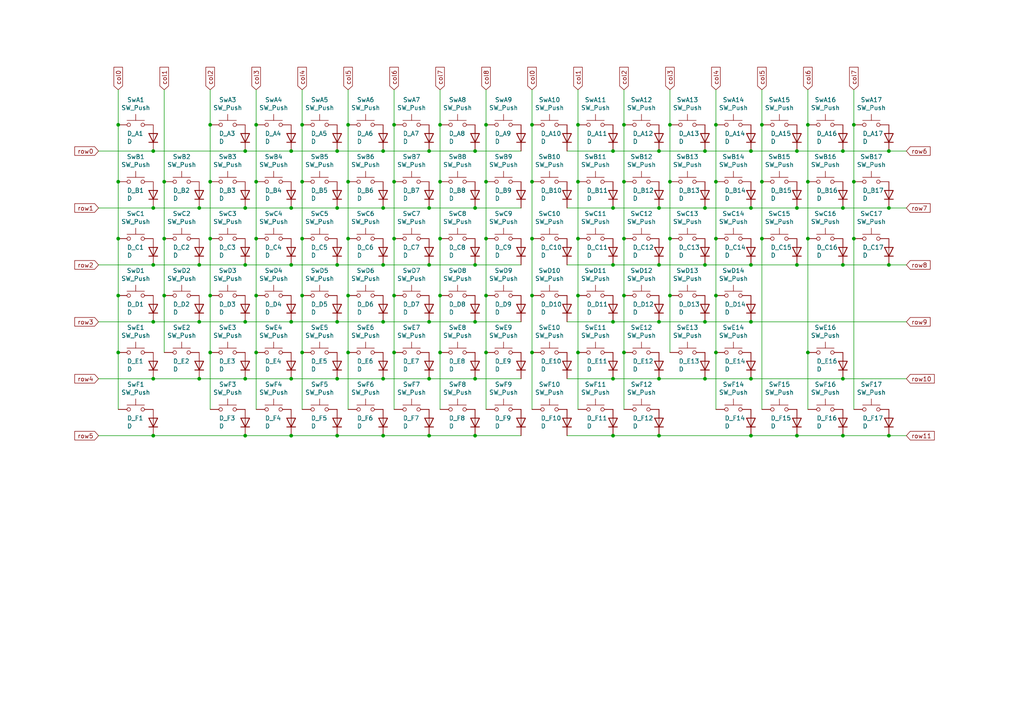
<source format=kicad_sch>
(kicad_sch (version 20211123) (generator eeschema)
  (paper "A4")
  (junction (at 71.12 93.345))
  (junction (at 207.645 52.705))
  (junction (at 180.975 85.725))
  (junction (at 137.795 43.815))
  (junction (at 34.29 69.215))
  (junction (at 60.96 85.725))
  (junction (at 127.635 85.725))
  (junction (at 244.475 76.835))
  (junction (at 74.295 52.705))
  (junction (at 217.805 93.345))
  (junction (at 87.63 102.235))
  (junction (at 244.475 60.325))
  (junction (at 34.29 85.725))
  (junction (at 47.625 69.215))
  (junction (at 111.125 126.365))
  (junction (at 217.805 126.365))
  (junction (at 97.79 43.815))
  (junction (at 44.45 76.835))
  (junction (at 57.785 60.325))
  (junction (at 177.8 60.325))
  (junction (at 244.475 126.365))
  (junction (at 100.965 85.725))
  (junction (at 180.975 52.705))
  (junction (at 127.635 69.215))
  (junction (at 204.47 60.325))
  (junction (at 97.79 93.345))
  (junction (at 124.46 60.325))
  (junction (at 44.45 109.855))
  (junction (at 137.795 76.835))
  (junction (at 84.455 126.365))
  (junction (at 257.81 60.325))
  (junction (at 194.31 52.705))
  (junction (at 167.64 85.725))
  (junction (at 127.635 36.195))
  (junction (at 124.46 93.345))
  (junction (at 207.645 85.725))
  (junction (at 244.475 109.855))
  (junction (at 71.12 126.365))
  (junction (at 87.63 85.725))
  (junction (at 84.455 109.855))
  (junction (at 177.8 109.855))
  (junction (at 137.795 109.855))
  (junction (at 177.8 76.835))
  (junction (at 247.65 69.215))
  (junction (at 111.125 76.835))
  (junction (at 167.64 69.215))
  (junction (at 84.455 60.325))
  (junction (at 140.97 102.235))
  (junction (at 244.475 43.815))
  (junction (at 191.135 126.365))
  (junction (at 44.45 43.815))
  (junction (at 140.97 36.195))
  (junction (at 97.79 109.855))
  (junction (at 44.45 93.345))
  (junction (at 191.135 109.855))
  (junction (at 114.3 52.705))
  (junction (at 194.31 85.725))
  (junction (at 47.625 52.705))
  (junction (at 220.98 36.195))
  (junction (at 100.965 52.705))
  (junction (at 111.125 60.325))
  (junction (at 111.125 109.855))
  (junction (at 84.455 76.835))
  (junction (at 207.645 36.195))
  (junction (at 217.805 60.325))
  (junction (at 204.47 93.345))
  (junction (at 137.795 93.345))
  (junction (at 71.12 109.855))
  (junction (at 114.3 102.235))
  (junction (at 177.8 43.815))
  (junction (at 137.795 60.325))
  (junction (at 217.805 76.835))
  (junction (at 60.96 69.215))
  (junction (at 194.31 69.215))
  (junction (at 114.3 85.725))
  (junction (at 97.79 60.325))
  (junction (at 34.29 52.705))
  (junction (at 87.63 69.215))
  (junction (at 167.64 36.195))
  (junction (at 57.785 93.345))
  (junction (at 34.29 36.195))
  (junction (at 177.8 93.345))
  (junction (at 191.135 60.325))
  (junction (at 74.295 85.725))
  (junction (at 84.455 93.345))
  (junction (at 180.975 102.235))
  (junction (at 47.625 85.725))
  (junction (at 74.295 102.235))
  (junction (at 180.975 36.195))
  (junction (at 204.47 43.815))
  (junction (at 71.12 43.815))
  (junction (at 180.975 69.215))
  (junction (at 87.63 52.705))
  (junction (at 87.63 36.195))
  (junction (at 177.8 126.365))
  (junction (at 84.455 43.815))
  (junction (at 100.965 102.235))
  (junction (at 71.12 76.835))
  (junction (at 234.315 69.215))
  (junction (at 231.14 76.835))
  (junction (at 257.81 76.835))
  (junction (at 191.135 93.345))
  (junction (at 234.315 36.195))
  (junction (at 57.785 76.835))
  (junction (at 154.305 85.725))
  (junction (at 247.65 52.705))
  (junction (at 100.965 36.195))
  (junction (at 234.315 52.705))
  (junction (at 191.135 76.835))
  (junction (at 111.125 93.345))
  (junction (at 207.645 102.235))
  (junction (at 74.295 36.195))
  (junction (at 114.3 36.195))
  (junction (at 100.965 69.215))
  (junction (at 97.79 76.835))
  (junction (at 60.96 36.195))
  (junction (at 247.65 36.195))
  (junction (at 154.305 102.235))
  (junction (at 44.45 60.325))
  (junction (at 140.97 69.215))
  (junction (at 204.47 76.835))
  (junction (at 140.97 85.725))
  (junction (at 204.47 109.855))
  (junction (at 124.46 126.365))
  (junction (at 231.14 43.815))
  (junction (at 127.635 52.705))
  (junction (at 217.805 109.855))
  (junction (at 124.46 109.855))
  (junction (at 194.31 36.195))
  (junction (at 220.98 52.705))
  (junction (at 207.645 69.215))
  (junction (at 231.14 60.325))
  (junction (at 234.315 102.235))
  (junction (at 44.45 126.365))
  (junction (at 231.14 126.365))
  (junction (at 60.96 102.235))
  (junction (at 154.305 69.215))
  (junction (at 154.305 36.195))
  (junction (at 124.46 76.835))
  (junction (at 57.785 109.855))
  (junction (at 257.81 43.815))
  (junction (at 257.81 126.365))
  (junction (at 137.795 126.365))
  (junction (at 217.805 43.815))
  (junction (at 97.79 126.365))
  (junction (at 167.64 52.705))
  (junction (at 167.64 102.235))
  (junction (at 111.125 43.815))
  (junction (at 140.97 52.705))
  (junction (at 71.12 60.325))
  (junction (at 114.3 69.215))
  (junction (at 60.96 52.705))
  (junction (at 154.305 52.705))
  (junction (at 127.635 102.235))
  (junction (at 220.98 69.215))
  (junction (at 124.46 43.815))
  (junction (at 191.135 43.815))
  (junction (at 74.295 69.215))
  (junction (at 34.29 102.235))
  (wire (pts (xy 114.3 36.195) (xy 114.3 52.705)))
  (wire (pts (xy 100.965 102.235) (xy 100.965 118.745)))
  (wire (pts (xy 44.45 76.835) (xy 57.785 76.835)))
  (wire (pts (xy 60.96 85.725) (xy 60.96 102.235)))
  (wire (pts (xy 97.79 60.325) (xy 111.125 60.325)))
  (wire (pts (xy 28.575 43.815) (xy 44.45 43.815)))
  (wire (pts (xy 124.46 126.365) (xy 137.795 126.365)))
  (wire (pts (xy 34.29 52.705) (xy 34.29 69.215)))
  (wire (pts (xy 74.295 69.215) (xy 74.295 85.725)))
  (wire (pts (xy 87.63 85.725) (xy 87.63 102.235)))
  (wire (pts (xy 127.635 85.725) (xy 127.635 102.235)))
  (wire (pts (xy 217.805 76.835) (xy 231.14 76.835)))
  (wire (pts (xy 71.12 126.365) (xy 84.455 126.365)))
  (wire (pts (xy 44.45 93.345) (xy 57.785 93.345)))
  (wire (pts (xy 87.63 26.035) (xy 87.63 36.195)))
  (wire (pts (xy 28.575 93.345) (xy 44.45 93.345)))
  (wire (pts (xy 47.625 69.215) (xy 47.625 85.725)))
  (wire (pts (xy 217.805 60.325) (xy 231.14 60.325)))
  (wire (pts (xy 34.29 85.725) (xy 34.29 102.235)))
  (wire (pts (xy 127.635 102.235) (xy 127.635 118.745)))
  (wire (pts (xy 124.46 43.815) (xy 137.795 43.815)))
  (wire (pts (xy 74.295 102.235) (xy 74.295 118.745)))
  (wire (pts (xy 257.81 126.365) (xy 262.89 126.365)))
  (wire (pts (xy 44.45 126.365) (xy 71.12 126.365)))
  (wire (pts (xy 84.455 60.325) (xy 97.79 60.325)))
  (wire (pts (xy 60.96 102.235) (xy 60.96 118.745)))
  (wire (pts (xy 127.635 26.035) (xy 127.635 36.195)))
  (wire (pts (xy 191.135 93.345) (xy 204.47 93.345)))
  (wire (pts (xy 111.125 76.835) (xy 124.46 76.835)))
  (wire (pts (xy 177.8 76.835) (xy 191.135 76.835)))
  (wire (pts (xy 114.3 85.725) (xy 114.3 102.235)))
  (wire (pts (xy 114.3 102.235) (xy 114.3 118.745)))
  (wire (pts (xy 194.31 36.195) (xy 194.31 52.705)))
  (wire (pts (xy 124.46 93.345) (xy 137.795 93.345)))
  (wire (pts (xy 244.475 43.815) (xy 257.81 43.815)))
  (wire (pts (xy 207.645 69.215) (xy 207.645 85.725)))
  (wire (pts (xy 164.465 93.345) (xy 177.8 93.345)))
  (wire (pts (xy 204.47 60.325) (xy 217.805 60.325)))
  (wire (pts (xy 167.64 52.705) (xy 167.64 69.215)))
  (wire (pts (xy 164.465 126.365) (xy 177.8 126.365)))
  (wire (pts (xy 100.965 36.195) (xy 100.965 52.705)))
  (wire (pts (xy 87.63 36.195) (xy 87.63 52.705)))
  (wire (pts (xy 34.29 36.195) (xy 34.29 52.705)))
  (wire (pts (xy 71.12 93.345) (xy 84.455 93.345)))
  (wire (pts (xy 217.805 109.855) (xy 244.475 109.855)))
  (wire (pts (xy 60.96 69.215) (xy 60.96 85.725)))
  (wire (pts (xy 47.625 85.725) (xy 47.625 102.235)))
  (wire (pts (xy 194.31 52.705) (xy 194.31 69.215)))
  (wire (pts (xy 220.98 36.195) (xy 220.98 52.705)))
  (wire (pts (xy 140.97 52.705) (xy 140.97 69.215)))
  (wire (pts (xy 180.975 26.035) (xy 180.975 36.195)))
  (wire (pts (xy 180.975 69.215) (xy 180.975 85.725)))
  (wire (pts (xy 111.125 93.345) (xy 124.46 93.345)))
  (wire (pts (xy 140.97 26.035) (xy 140.97 36.195)))
  (wire (pts (xy 84.455 43.815) (xy 97.79 43.815)))
  (wire (pts (xy 194.31 26.035) (xy 194.31 36.195)))
  (wire (pts (xy 204.47 109.855) (xy 217.805 109.855)))
  (wire (pts (xy 97.79 126.365) (xy 111.125 126.365)))
  (wire (pts (xy 244.475 76.835) (xy 257.81 76.835)))
  (wire (pts (xy 177.8 60.325) (xy 191.135 60.325)))
  (wire (pts (xy 207.645 85.725) (xy 207.645 102.235)))
  (wire (pts (xy 204.47 93.345) (xy 217.805 93.345)))
  (wire (pts (xy 140.97 102.235) (xy 140.97 118.745)))
  (wire (pts (xy 207.645 102.235) (xy 207.645 118.745)))
  (wire (pts (xy 167.64 85.725) (xy 167.64 102.235)))
  (wire (pts (xy 137.795 93.345) (xy 151.13 93.345)))
  (wire (pts (xy 247.65 69.215) (xy 247.65 118.745)))
  (wire (pts (xy 194.31 69.215) (xy 194.31 85.725)))
  (wire (pts (xy 217.805 126.365) (xy 231.14 126.365)))
  (wire (pts (xy 234.315 52.705) (xy 234.315 69.215)))
  (wire (pts (xy 137.795 60.325) (xy 151.13 60.325)))
  (wire (pts (xy 257.81 76.835) (xy 262.89 76.835)))
  (wire (pts (xy 137.795 76.835) (xy 151.13 76.835)))
  (wire (pts (xy 74.295 52.705) (xy 74.295 69.215)))
  (wire (pts (xy 111.125 60.325) (xy 124.46 60.325)))
  (wire (pts (xy 154.305 52.705) (xy 154.305 69.215)))
  (wire (pts (xy 28.575 76.835) (xy 44.45 76.835)))
  (wire (pts (xy 114.3 69.215) (xy 114.3 85.725)))
  (wire (pts (xy 191.135 43.815) (xy 204.47 43.815)))
  (wire (pts (xy 57.785 109.855) (xy 71.12 109.855)))
  (wire (pts (xy 164.465 109.855) (xy 177.8 109.855)))
  (wire (pts (xy 154.305 36.195) (xy 154.305 52.705)))
  (wire (pts (xy 207.645 52.705) (xy 207.645 69.215)))
  (wire (pts (xy 100.965 26.035) (xy 100.965 36.195)))
  (wire (pts (xy 71.12 43.815) (xy 84.455 43.815)))
  (wire (pts (xy 60.96 36.195) (xy 60.96 52.705)))
  (wire (pts (xy 47.625 52.705) (xy 47.625 69.215)))
  (wire (pts (xy 167.64 36.195) (xy 167.64 52.705)))
  (wire (pts (xy 207.645 36.195) (xy 207.645 52.705)))
  (wire (pts (xy 177.8 126.365) (xy 191.135 126.365)))
  (wire (pts (xy 87.63 52.705) (xy 87.63 69.215)))
  (wire (pts (xy 44.45 43.815) (xy 71.12 43.815)))
  (wire (pts (xy 257.81 43.815) (xy 262.89 43.815)))
  (wire (pts (xy 74.295 26.035) (xy 74.295 36.195)))
  (wire (pts (xy 244.475 126.365) (xy 257.81 126.365)))
  (wire (pts (xy 177.8 109.855) (xy 191.135 109.855)))
  (wire (pts (xy 87.63 69.215) (xy 87.63 85.725)))
  (wire (pts (xy 127.635 69.215) (xy 127.635 85.725)))
  (wire (pts (xy 207.645 26.035) (xy 207.645 36.195)))
  (wire (pts (xy 231.14 126.365) (xy 244.475 126.365)))
  (wire (pts (xy 34.29 26.035) (xy 34.29 36.195)))
  (wire (pts (xy 47.625 26.035) (xy 47.625 52.705)))
  (wire (pts (xy 180.975 52.705) (xy 180.975 69.215)))
  (wire (pts (xy 154.305 102.235) (xy 154.305 118.745)))
  (wire (pts (xy 247.65 36.195) (xy 247.65 52.705)))
  (wire (pts (xy 177.8 93.345) (xy 191.135 93.345)))
  (wire (pts (xy 154.305 69.215) (xy 154.305 85.725)))
  (wire (pts (xy 220.98 52.705) (xy 220.98 69.215)))
  (wire (pts (xy 84.455 126.365) (xy 97.79 126.365)))
  (wire (pts (xy 28.575 126.365) (xy 44.45 126.365)))
  (wire (pts (xy 220.98 26.035) (xy 220.98 36.195)))
  (wire (pts (xy 97.79 109.855) (xy 111.125 109.855)))
  (wire (pts (xy 231.14 43.815) (xy 244.475 43.815)))
  (wire (pts (xy 234.315 26.035) (xy 234.315 36.195)))
  (wire (pts (xy 111.125 126.365) (xy 124.46 126.365)))
  (wire (pts (xy 100.965 69.215) (xy 100.965 85.725)))
  (wire (pts (xy 84.455 76.835) (xy 97.79 76.835)))
  (wire (pts (xy 191.135 109.855) (xy 204.47 109.855)))
  (wire (pts (xy 71.12 109.855) (xy 84.455 109.855)))
  (wire (pts (xy 180.975 102.235) (xy 180.975 118.745)))
  (wire (pts (xy 180.975 85.725) (xy 180.975 102.235)))
  (wire (pts (xy 60.96 52.705) (xy 60.96 69.215)))
  (wire (pts (xy 247.65 26.035) (xy 247.65 36.195)))
  (wire (pts (xy 97.79 93.345) (xy 111.125 93.345)))
  (wire (pts (xy 127.635 36.195) (xy 127.635 52.705)))
  (wire (pts (xy 60.96 26.035) (xy 60.96 36.195)))
  (wire (pts (xy 34.29 102.235) (xy 34.29 118.745)))
  (wire (pts (xy 154.305 26.035) (xy 154.305 36.195)))
  (wire (pts (xy 204.47 76.835) (xy 217.805 76.835)))
  (wire (pts (xy 124.46 109.855) (xy 137.795 109.855)))
  (wire (pts (xy 84.455 109.855) (xy 97.79 109.855)))
  (wire (pts (xy 124.46 60.325) (xy 137.795 60.325)))
  (wire (pts (xy 137.795 126.365) (xy 151.13 126.365)))
  (wire (pts (xy 191.135 60.325) (xy 204.47 60.325)))
  (wire (pts (xy 217.805 93.345) (xy 262.89 93.345)))
  (wire (pts (xy 28.575 60.325) (xy 44.45 60.325)))
  (wire (pts (xy 57.785 60.325) (xy 71.12 60.325)))
  (wire (pts (xy 167.64 69.215) (xy 167.64 85.725)))
  (wire (pts (xy 164.465 60.325) (xy 177.8 60.325)))
  (wire (pts (xy 100.965 85.725) (xy 100.965 102.235)))
  (wire (pts (xy 140.97 85.725) (xy 140.97 102.235)))
  (wire (pts (xy 180.975 36.195) (xy 180.975 52.705)))
  (wire (pts (xy 124.46 76.835) (xy 137.795 76.835)))
  (wire (pts (xy 137.795 43.815) (xy 151.13 43.815)))
  (wire (pts (xy 140.97 69.215) (xy 140.97 85.725)))
  (wire (pts (xy 114.3 26.035) (xy 114.3 36.195)))
  (wire (pts (xy 140.97 36.195) (xy 140.97 52.705)))
  (wire (pts (xy 74.295 36.195) (xy 74.295 52.705)))
  (wire (pts (xy 234.315 102.235) (xy 234.315 118.745)))
  (wire (pts (xy 194.31 85.725) (xy 194.31 102.235)))
  (wire (pts (xy 111.125 109.855) (xy 124.46 109.855)))
  (wire (pts (xy 57.785 93.345) (xy 71.12 93.345)))
  (wire (pts (xy 231.14 60.325) (xy 244.475 60.325)))
  (wire (pts (xy 231.14 76.835) (xy 244.475 76.835)))
  (wire (pts (xy 97.79 43.815) (xy 111.125 43.815)))
  (wire (pts (xy 57.785 76.835) (xy 71.12 76.835)))
  (wire (pts (xy 114.3 52.705) (xy 114.3 69.215)))
  (wire (pts (xy 204.47 43.815) (xy 217.805 43.815)))
  (wire (pts (xy 244.475 60.325) (xy 257.81 60.325)))
  (wire (pts (xy 177.8 43.815) (xy 191.135 43.815)))
  (wire (pts (xy 100.965 52.705) (xy 100.965 69.215)))
  (wire (pts (xy 247.65 52.705) (xy 247.65 69.215)))
  (wire (pts (xy 167.64 26.035) (xy 167.64 36.195)))
  (wire (pts (xy 111.125 43.815) (xy 124.46 43.815)))
  (wire (pts (xy 97.79 76.835) (xy 111.125 76.835)))
  (wire (pts (xy 34.29 69.215) (xy 34.29 85.725)))
  (wire (pts (xy 220.98 69.215) (xy 220.98 118.745)))
  (wire (pts (xy 127.635 52.705) (xy 127.635 69.215)))
  (wire (pts (xy 74.295 85.725) (xy 74.295 102.235)))
  (wire (pts (xy 234.315 69.215) (xy 234.315 102.235)))
  (wire (pts (xy 71.12 60.325) (xy 84.455 60.325)))
  (wire (pts (xy 191.135 76.835) (xy 204.47 76.835)))
  (wire (pts (xy 84.455 93.345) (xy 97.79 93.345)))
  (wire (pts (xy 28.575 109.855) (xy 44.45 109.855)))
  (wire (pts (xy 164.465 76.835) (xy 177.8 76.835)))
  (wire (pts (xy 71.12 76.835) (xy 84.455 76.835)))
  (wire (pts (xy 44.45 109.855) (xy 57.785 109.855)))
  (wire (pts (xy 167.64 102.235) (xy 167.64 118.745)))
  (wire (pts (xy 217.805 43.815) (xy 231.14 43.815)))
  (wire (pts (xy 191.135 126.365) (xy 217.805 126.365)))
  (wire (pts (xy 137.795 109.855) (xy 151.13 109.855)))
  (wire (pts (xy 154.305 85.725) (xy 154.305 102.235)))
  (wire (pts (xy 244.475 109.855) (xy 262.89 109.855)))
  (wire (pts (xy 257.81 60.325) (xy 262.89 60.325)))
  (wire (pts (xy 234.315 36.195) (xy 234.315 52.705)))
  (wire (pts (xy 87.63 102.235) (xy 87.63 118.745)))
  (wire (pts (xy 44.45 60.325) (xy 57.785 60.325)))
  (wire (pts (xy 164.465 43.815) (xy 177.8 43.815)))
  (global_label "row8" (shape input) (at 262.89 76.835 0) (property "Intersheet References" "${INTERSHEET_REFS}" (effects hide)))
  (global_label "row7" (shape input) (at 262.89 60.325 0) (property "Intersheet References" "${INTERSHEET_REFS}" (effects hide)))
  (global_label "col8" (shape input) (at 140.97 26.035 90) (property "Intersheet References" "${INTERSHEET_REFS}" (effects hide)))
  (global_label "col7" (shape input) (at 127.635 26.035 90) (property "Intersheet References" "${INTERSHEET_REFS}" (effects hide)))
  (global_label "row2" (shape input) (at 28.575 76.835 180) (property "Intersheet References" "${INTERSHEET_REFS}" (effects hide)))
  (global_label "col2" (shape input) (at 180.975 26.035 90) (property "Intersheet References" "${INTERSHEET_REFS}" (effects hide)))
  (global_label "row4" (shape input) (at 28.575 109.855 180) (property "Intersheet References" "${INTERSHEET_REFS}" (effects hide)))
  (global_label "col6" (shape input) (at 234.315 26.035 90) (property "Intersheet References" "${INTERSHEET_REFS}" (effects hide)))
  (global_label "col4" (shape input) (at 207.645 26.035 90) (property "Intersheet References" "${INTERSHEET_REFS}" (effects hide)))
  (global_label "col6" (shape input) (at 114.3 26.035 90) (property "Intersheet References" "${INTERSHEET_REFS}" (effects hide)))
  (global_label "row5" (shape input) (at 28.575 126.365 180) (property "Intersheet References" "${INTERSHEET_REFS}" (effects hide)))
  (global_label "col3" (shape input) (at 194.31 26.035 90) (property "Intersheet References" "${INTERSHEET_REFS}" (effects hide)))
  (global_label "row11" (shape input) (at 262.89 126.365 0) (property "Intersheet References" "${INTERSHEET_REFS}" (effects hide)))
  (global_label "col0" (shape input) (at 154.305 26.035 90) (property "Intersheet References" "${INTERSHEET_REFS}" (effects hide)))
  (global_label "col1" (shape input) (at 167.64 26.035 90) (property "Intersheet References" "${INTERSHEET_REFS}" (effects hide)))
  (global_label "col5" (shape input) (at 100.965 26.035 90) (property "Intersheet References" "${INTERSHEET_REFS}" (effects hide)))
  (global_label "row3" (shape input) (at 28.575 93.345 180) (property "Intersheet References" "${INTERSHEET_REFS}" (effects hide)))
  (global_label "col5" (shape input) (at 220.98 26.035 90) (property "Intersheet References" "${INTERSHEET_REFS}" (effects hide)))
  (global_label "row6" (shape input) (at 262.89 43.815 0) (property "Intersheet References" "${INTERSHEET_REFS}" (effects hide)))
  (global_label "col7" (shape input) (at 247.65 26.035 90) (property "Intersheet References" "${INTERSHEET_REFS}" (effects hide)))
  (global_label "col2" (shape input) (at 60.96 26.035 90) (property "Intersheet References" "${INTERSHEET_REFS}" (effects hide)))
  (global_label "row1" (shape input) (at 28.575 60.325 180) (property "Intersheet References" "${INTERSHEET_REFS}" (effects hide)))
  (global_label "row10" (shape input) (at 262.89 109.855 0) (property "Intersheet References" "${INTERSHEET_REFS}" (effects hide)))
  (global_label "col4" (shape input) (at 87.63 26.035 90) (property "Intersheet References" "${INTERSHEET_REFS}" (effects hide)))
  (global_label "col0" (shape input) (at 34.29 26.035 90) (property "Intersheet References" "${INTERSHEET_REFS}" (effects hide)))
  (global_label "row9" (shape input) (at 262.89 93.345 0) (property "Intersheet References" "${INTERSHEET_REFS}" (effects hide)))
  (global_label "row0" (shape input) (at 28.575 43.815 180) (property "Intersheet References" "${INTERSHEET_REFS}" (effects hide)))
  (global_label "col3" (shape input) (at 74.295 26.035 90) (property "Intersheet References" "${INTERSHEET_REFS}" (effects hide)))
  (global_label "col1" (shape input) (at 47.625 26.035 90) (property "Intersheet References" "${INTERSHEET_REFS}" (effects hide)))
  (symbol (lib_id "Switch:SW_Push") (at 92.71 36.195 0) (unit 1)
    (property "Reference" "SwA5" (at 92.71 28.956 0))
    (property "Value" "SW_Push" (at 92.71 31.2674 0))
    (property "Footprint" "42keebs:Kailh_socket_PG1350" (effects hide))
  )
  (symbol (lib_id "Device:D") (at 151.13 73.025 90) (unit 1)
    (property "Reference" "D_C9" (at 143.51 71.755 90) (effects (justify right)))
    (property "Value" "D" (at 143.51 74.0664 90) (effects (justify right)))
    (property "Footprint" "42keebs:Diode_SOD123_dual_sided" (effects hide))
  )
  (symbol (lib_id "Device:D") (at 71.12 106.045 90) (unit 1)
    (property "Reference" "D_E3" (at 63.5 104.775 90) (effects (justify right)))
    (property "Value" "D" (at 63.5 107.0864 90) (effects (justify right)))
    (property "Footprint" "42keebs:Diode_SOD123_dual_sided" (effects hide))
  )
  (symbol (lib_id "Switch:SW_Push") (at 106.045 36.195 0) (unit 1)
    (property "Reference" "SwA6" (at 106.045 28.956 0))
    (property "Value" "SW_Push" (at 106.045 31.2674 0))
    (property "Footprint" "42keebs:Kailh_socket_PG1350" (effects hide))
  )
  (symbol (lib_id "Device:D") (at 137.795 73.025 90) (unit 1)
    (property "Reference" "D_C8" (at 130.175 71.755 90) (effects (justify right)))
    (property "Value" "D" (at 130.175 74.0664 90) (effects (justify right)))
    (property "Footprint" "42keebs:Diode_SOD123_dual_sided" (effects hide))
  )
  (symbol (lib_id "Device:D") (at 231.14 122.555 90) (unit 1)
    (property "Reference" "D_F15" (at 223.52 121.285 90) (effects (justify right)))
    (property "Value" "D" (at 223.52 123.5964 90) (effects (justify right)))
    (property "Footprint" "42keebs:Diode_SOD123_dual_sided" (effects hide))
  )
  (symbol (lib_id "Device:D") (at 44.45 40.005 90) (unit 1)
    (property "Reference" "D_A1" (at 36.83 38.735 90) (effects (justify right)))
    (property "Value" "D" (at 36.83 41.0464 90) (effects (justify right)))
    (property "Footprint" "42keebs:Diode_SOD123_dual_sided" (effects hide))
  )
  (symbol (lib_id "Device:D") (at 257.81 40.005 90) (unit 1)
    (property "Reference" "D_A17" (at 250.19 38.735 90) (effects (justify right)))
    (property "Value" "D" (at 250.19 41.0464 90) (effects (justify right)))
    (property "Footprint" "42keebs:Diode_SOD123_dual_sided" (effects hide))
  )
  (symbol (lib_id "Device:D") (at 97.79 89.535 90) (unit 1)
    (property "Reference" "D_D5" (at 90.17 88.265 90) (effects (justify right)))
    (property "Value" "D" (at 90.17 90.5764 90) (effects (justify right)))
    (property "Footprint" "42keebs:Diode_SOD123_dual_sided" (effects hide))
  )
  (symbol (lib_id "Switch:SW_Push") (at 66.04 85.725 0) (unit 1)
    (property "Reference" "SwD3" (at 66.04 78.486 0))
    (property "Value" "SW_Push" (at 66.04 80.7974 0))
    (property "Footprint" "42keebs:Kailh_socket_PG1350" (effects hide))
  )
  (symbol (lib_id "Switch:SW_Push") (at 226.06 52.705 0) (unit 1)
    (property "Reference" "SwB15" (at 226.06 45.466 0))
    (property "Value" "SW_Push" (at 226.06 47.7774 0))
    (property "Footprint" "42keebs:Kailh_socket_PG1350" (effects hide))
  )
  (symbol (lib_id "Device:D") (at 231.14 73.025 90) (unit 1)
    (property "Reference" "D_C15" (at 223.52 71.755 90) (effects (justify right)))
    (property "Value" "D" (at 223.52 74.0664 90) (effects (justify right)))
    (property "Footprint" "42keebs:Diode_SOD123_dual_sided" (effects hide))
  )
  (symbol (lib_id "Switch:SW_Push") (at 52.705 102.235 0) (unit 1)
    (property "Reference" "SwE2" (at 52.705 94.996 0))
    (property "Value" "SW_Push" (at 52.705 97.3074 0))
    (property "Footprint" "42keebs:Kailh_socket_PG1350" (effects hide))
  )
  (symbol (lib_id "Device:D") (at 177.8 89.535 90) (unit 1)
    (property "Reference" "D_D11" (at 170.18 88.265 90) (effects (justify right)))
    (property "Value" "D" (at 170.18 90.5764 90) (effects (justify right)))
    (property "Footprint" "42keebs:Diode_SOD123_dual_sided" (effects hide))
  )
  (symbol (lib_id "Switch:SW_Push") (at 212.725 118.745 0) (unit 1)
    (property "Reference" "SwF14" (at 212.725 111.506 0))
    (property "Value" "SW_Push" (at 212.725 113.8174 0))
    (property "Footprint" "42keebs:Kailh_socket_PG1350" (effects hide))
  )
  (symbol (lib_id "Device:D") (at 244.475 40.005 90) (unit 1)
    (property "Reference" "D_A16" (at 236.855 38.735 90) (effects (justify right)))
    (property "Value" "D" (at 236.855 41.0464 90) (effects (justify right)))
    (property "Footprint" "42keebs:Diode_SOD123_dual_sided" (effects hide))
  )
  (symbol (lib_id "Device:D") (at 84.455 40.005 90) (unit 1)
    (property "Reference" "D_A4" (at 76.835 38.735 90) (effects (justify right)))
    (property "Value" "D" (at 76.835 41.0464 90) (effects (justify right)))
    (property "Footprint" "42keebs:Diode_SOD123_dual_sided" (effects hide))
  )
  (symbol (lib_id "Device:D") (at 217.805 40.005 90) (unit 1)
    (property "Reference" "D_A14" (at 210.185 38.735 90) (effects (justify right)))
    (property "Value" "D" (at 210.185 41.0464 90) (effects (justify right)))
    (property "Footprint" "42keebs:Diode_SOD123_dual_sided" (effects hide))
  )
  (symbol (lib_id "Switch:SW_Push") (at 146.05 52.705 0) (unit 1)
    (property "Reference" "SwB9" (at 146.05 45.466 0))
    (property "Value" "SW_Push" (at 146.05 47.7774 0))
    (property "Footprint" "42keebs:Kailh_socket_PG1350" (effects hide))
  )
  (symbol (lib_id "Device:D") (at 124.46 89.535 90) (unit 1)
    (property "Reference" "D_D7" (at 116.84 88.265 90) (effects (justify right)))
    (property "Value" "D" (at 116.84 90.5764 90) (effects (justify right)))
    (property "Footprint" "42keebs:Diode_SOD123_dual_sided" (effects hide))
  )
  (symbol (lib_id "Switch:SW_Push") (at 239.395 69.215 0) (unit 1)
    (property "Reference" "SwC16" (at 239.395 61.976 0))
    (property "Value" "SW_Push" (at 239.395 64.2874 0))
    (property "Footprint" "42keebs:Kailh_socket_PG1350" (effects hide))
  )
  (symbol (lib_id "Switch:SW_Push") (at 132.715 118.745 0) (unit 1)
    (property "Reference" "SwF8" (at 132.715 111.506 0))
    (property "Value" "SW_Push" (at 132.715 113.8174 0))
    (property "Footprint" "42keebs:Kailh_socket_PG1350" (effects hide))
  )
  (symbol (lib_id "Device:D") (at 97.79 56.515 90) (unit 1)
    (property "Reference" "D_B5" (at 90.17 55.245 90) (effects (justify right)))
    (property "Value" "D" (at 90.17 57.5564 90) (effects (justify right)))
    (property "Footprint" "42keebs:Diode_SOD123_dual_sided" (effects hide))
  )
  (symbol (lib_id "Device:D") (at 257.81 56.515 90) (unit 1)
    (property "Reference" "D_B17" (at 250.19 55.245 90) (effects (justify right)))
    (property "Value" "D" (at 250.19 57.5564 90) (effects (justify right)))
    (property "Footprint" "42keebs:Diode_SOD123_dual_sided" (effects hide))
  )
  (symbol (lib_id "Device:D") (at 137.795 89.535 90) (unit 1)
    (property "Reference" "D_D8" (at 130.175 88.265 90) (effects (justify right)))
    (property "Value" "D" (at 130.175 90.5764 90) (effects (justify right)))
    (property "Footprint" "42keebs:Diode_SOD123_dual_sided" (effects hide))
  )
  (symbol (lib_id "Switch:SW_Push") (at 132.715 69.215 0) (unit 1)
    (property "Reference" "SwC8" (at 132.715 61.976 0))
    (property "Value" "SW_Push" (at 132.715 64.2874 0))
    (property "Footprint" "42keebs:Kailh_socket_PG1350" (effects hide))
  )
  (symbol (lib_id "Switch:SW_Push") (at 92.71 69.215 0) (unit 1)
    (property "Reference" "SwC5" (at 92.71 61.976 0))
    (property "Value" "SW_Push" (at 92.71 64.2874 0))
    (property "Footprint" "42keebs:Kailh_socket_PG1350" (effects hide))
  )
  (symbol (lib_id "Device:D") (at 97.79 40.005 90) (unit 1)
    (property "Reference" "D_A5" (at 90.17 38.735 90) (effects (justify right)))
    (property "Value" "D" (at 90.17 41.0464 90) (effects (justify right)))
    (property "Footprint" "42keebs:Diode_SOD123_dual_sided" (effects hide))
  )
  (symbol (lib_id "Device:D") (at 111.125 89.535 90) (unit 1)
    (property "Reference" "D_D6" (at 103.505 88.265 90) (effects (justify right)))
    (property "Value" "D" (at 103.505 90.5764 90) (effects (justify right)))
    (property "Footprint" "42keebs:Diode_SOD123_dual_sided" (effects hide))
  )
  (symbol (lib_id "Device:D") (at 57.785 106.045 90) (unit 1)
    (property "Reference" "D_E2" (at 50.165 104.775 90) (effects (justify right)))
    (property "Value" "D" (at 50.165 107.0864 90) (effects (justify right)))
    (property "Footprint" "42keebs:Diode_SOD123_dual_sided" (effects hide))
  )
  (symbol (lib_id "Device:D") (at 244.475 106.045 90) (unit 1)
    (property "Reference" "D_E16" (at 236.855 104.775 90) (effects (justify right)))
    (property "Value" "D" (at 236.855 107.0864 90) (effects (justify right)))
    (property "Footprint" "42keebs:Diode_SOD123_dual_sided" (effects hide))
  )
  (symbol (lib_id "Switch:SW_Push") (at 39.37 102.235 0) (unit 1)
    (property "Reference" "SwE1" (at 39.37 94.996 0))
    (property "Value" "SW_Push" (at 39.37 97.3074 0))
    (property "Footprint" "42keebs:Kailh_socket_PG1350" (effects hide))
  )
  (symbol (lib_id "Switch:SW_Push") (at 52.705 69.215 0) (unit 1)
    (property "Reference" "SwC2" (at 52.705 61.976 0))
    (property "Value" "SW_Push" (at 52.705 64.2874 0))
    (property "Footprint" "42keebs:Kailh_socket_PG1350" (effects hide))
  )
  (symbol (lib_id "Switch:SW_Push") (at 106.045 118.745 0) (unit 1)
    (property "Reference" "SwF6" (at 106.045 111.506 0))
    (property "Value" "SW_Push" (at 106.045 113.8174 0))
    (property "Footprint" "42keebs:Kailh_socket_PG1350" (effects hide))
  )
  (symbol (lib_id "Switch:SW_Push") (at 66.04 52.705 0) (unit 1)
    (property "Reference" "SwB3" (at 66.04 45.466 0))
    (property "Value" "SW_Push" (at 66.04 47.7774 0))
    (property "Footprint" "42keebs:Kailh_socket_PG1350" (effects hide))
  )
  (symbol (lib_id "Switch:SW_Push") (at 132.715 85.725 0) (unit 1)
    (property "Reference" "SwD8" (at 132.715 78.486 0))
    (property "Value" "SW_Push" (at 132.715 80.7974 0))
    (property "Footprint" "42keebs:Kailh_socket_PG1350" (effects hide))
  )
  (symbol (lib_id "Device:D") (at 44.45 56.515 90) (unit 1)
    (property "Reference" "D_B1" (at 36.83 55.245 90) (effects (justify right)))
    (property "Value" "D" (at 36.83 57.5564 90) (effects (justify right)))
    (property "Footprint" "42keebs:Diode_SOD123_dual_sided" (effects hide))
  )
  (symbol (lib_id "Switch:SW_Push") (at 106.045 85.725 0) (unit 1)
    (property "Reference" "SwD6" (at 106.045 78.486 0))
    (property "Value" "SW_Push" (at 106.045 80.7974 0))
    (property "Footprint" "42keebs:Kailh_socket_PG1350" (effects hide))
  )
  (symbol (lib_id "Switch:SW_Push") (at 146.05 69.215 0) (unit 1)
    (property "Reference" "SwC9" (at 146.05 61.976 0))
    (property "Value" "SW_Push" (at 146.05 64.2874 0))
    (property "Footprint" "42keebs:Kailh_socket_PG1350" (effects hide))
  )
  (symbol (lib_id "Device:D") (at 84.455 122.555 90) (unit 1)
    (property "Reference" "D_F4" (at 76.835 121.285 90) (effects (justify right)))
    (property "Value" "D" (at 76.835 123.5964 90) (effects (justify right)))
    (property "Footprint" "42keebs:Diode_SOD123_dual_sided" (effects hide))
  )
  (symbol (lib_id "Switch:SW_Push") (at 79.375 85.725 0) (unit 1)
    (property "Reference" "SwD4" (at 79.375 78.486 0))
    (property "Value" "SW_Push" (at 79.375 80.7974 0))
    (property "Footprint" "42keebs:Kailh_socket_PG1350" (effects hide))
  )
  (symbol (lib_id "Switch:SW_Push") (at 132.715 102.235 0) (unit 1)
    (property "Reference" "SwE8" (at 132.715 94.996 0))
    (property "Value" "SW_Push" (at 132.715 97.3074 0))
    (property "Footprint" "42keebs:Kailh_socket_PG1350" (effects hide))
  )
  (symbol (lib_id "Switch:SW_Push") (at 159.385 118.745 0) (unit 1)
    (property "Reference" "SwF10" (at 159.385 111.506 0))
    (property "Value" "SW_Push" (at 159.385 113.8174 0))
    (property "Footprint" "42keebs:Kailh_socket_PG1350" (effects hide))
  )
  (symbol (lib_id "Switch:SW_Push") (at 199.39 85.725 0) (unit 1)
    (property "Reference" "SwD13" (at 199.39 78.486 0))
    (property "Value" "SW_Push" (at 199.39 80.7974 0))
    (property "Footprint" "42keebs:Kailh_socket_PG1350" (effects hide))
  )
  (symbol (lib_id "Switch:SW_Push") (at 212.725 52.705 0) (unit 1)
    (property "Reference" "SwB14" (at 212.725 45.466 0))
    (property "Value" "SW_Push" (at 212.725 47.7774 0))
    (property "Footprint" "42keebs:Kailh_socket_PG1350" (effects hide))
  )
  (symbol (lib_id "Switch:SW_Push") (at 172.72 85.725 0) (unit 1)
    (property "Reference" "SwD11" (at 172.72 78.486 0))
    (property "Value" "SW_Push" (at 172.72 80.7974 0))
    (property "Footprint" "42keebs:Kailh_socket_PG1350" (effects hide))
  )
  (symbol (lib_id "Device:D") (at 124.46 106.045 90) (unit 1)
    (property "Reference" "D_E7" (at 116.84 104.775 90) (effects (justify right)))
    (property "Value" "D" (at 116.84 107.0864 90) (effects (justify right)))
    (property "Footprint" "42keebs:Diode_SOD123_dual_sided" (effects hide))
  )
  (symbol (lib_id "Switch:SW_Push") (at 252.73 69.215 0) (unit 1)
    (property "Reference" "SwC17" (at 252.73 61.976 0))
    (property "Value" "SW_Push" (at 252.73 64.2874 0))
    (property "Footprint" "42keebs:Kailh_socket_PG1350" (effects hide))
  )
  (symbol (lib_id "Switch:SW_Push") (at 172.72 118.745 0) (unit 1)
    (property "Reference" "SwF11" (at 172.72 111.506 0))
    (property "Value" "SW_Push" (at 172.72 113.8174 0))
    (property "Footprint" "42keebs:Kailh_socket_PG1350" (effects hide))
  )
  (symbol (lib_id "Switch:SW_Push") (at 186.055 36.195 0) (unit 1)
    (property "Reference" "SwA12" (at 186.055 28.956 0))
    (property "Value" "SW_Push" (at 186.055 31.2674 0))
    (property "Footprint" "42keebs:Kailh_socket_PG1350" (effects hide))
  )
  (symbol (lib_id "Switch:SW_Push") (at 199.39 69.215 0) (unit 1)
    (property "Reference" "SwC13" (at 199.39 61.976 0))
    (property "Value" "SW_Push" (at 199.39 64.2874 0))
    (property "Footprint" "42keebs:Kailh_socket_PG1350" (effects hide))
  )
  (symbol (lib_id "Device:D") (at 111.125 40.005 90) (unit 1)
    (property "Reference" "D_A6" (at 103.505 38.735 90) (effects (justify right)))
    (property "Value" "D" (at 103.505 41.0464 90) (effects (justify right)))
    (property "Footprint" "42keebs:Diode_SOD123_dual_sided" (effects hide))
  )
  (symbol (lib_id "Switch:SW_Push") (at 119.38 85.725 0) (unit 1)
    (property "Reference" "SwD7" (at 119.38 78.486 0))
    (property "Value" "SW_Push" (at 119.38 80.7974 0))
    (property "Footprint" "42keebs:Kailh_socket_PG1350" (effects hide))
  )
  (symbol (lib_id "Device:D") (at 137.795 122.555 90) (unit 1)
    (property "Reference" "D_F8" (at 130.175 121.285 90) (effects (justify right)))
    (property "Value" "D" (at 130.175 123.5964 90) (effects (justify right)))
    (property "Footprint" "42keebs:Diode_SOD123_dual_sided" (effects hide))
  )
  (symbol (lib_id "Device:D") (at 177.8 106.045 90) (unit 1)
    (property "Reference" "D_E11" (at 170.18 104.775 90) (effects (justify right)))
    (property "Value" "D" (at 170.18 107.0864 90) (effects (justify right)))
    (property "Footprint" "42keebs:Diode_SOD123_dual_sided" (effects hide))
  )
  (symbol (lib_id "Device:D") (at 137.795 40.005 90) (unit 1)
    (property "Reference" "D_A8" (at 130.175 38.735 90) (effects (justify right)))
    (property "Value" "D" (at 130.175 41.0464 90) (effects (justify right)))
    (property "Footprint" "42keebs:Diode_SOD123_dual_sided" (effects hide))
  )
  (symbol (lib_id "Device:D") (at 231.14 56.515 90) (unit 1)
    (property "Reference" "D_B15" (at 223.52 55.245 90) (effects (justify right)))
    (property "Value" "D" (at 223.52 57.5564 90) (effects (justify right)))
    (property "Footprint" "42keebs:Diode_SOD123_dual_sided" (effects hide))
  )
  (symbol (lib_id "Switch:SW_Push") (at 199.39 102.235 0) (unit 1)
    (property "Reference" "SwE13" (at 199.39 94.996 0))
    (property "Value" "SW_Push" (at 199.39 97.3074 0))
    (property "Footprint" "42keebs:Kailh_socket_PG1350" (effects hide))
  )
  (symbol (lib_id "Switch:SW_Push") (at 66.04 69.215 0) (unit 1)
    (property "Reference" "SwC3" (at 66.04 61.976 0))
    (property "Value" "SW_Push" (at 66.04 64.2874 0))
    (property "Footprint" "42keebs:Kailh_socket_PG1350" (effects hide))
  )
  (symbol (lib_id "Device:D") (at 57.785 89.535 90) (unit 1)
    (property "Reference" "D_D2" (at 50.165 88.265 90) (effects (justify right)))
    (property "Value" "D" (at 50.165 90.5764 90) (effects (justify right)))
    (property "Footprint" "42keebs:Diode_SOD123_dual_sided" (effects hide))
  )
  (symbol (lib_id "Device:D") (at 71.12 73.025 90) (unit 1)
    (property "Reference" "D_C3" (at 63.5 71.755 90) (effects (justify right)))
    (property "Value" "D" (at 63.5 74.0664 90) (effects (justify right)))
    (property "Footprint" "42keebs:Diode_SOD123_dual_sided" (effects hide))
  )
  (symbol (lib_id "Switch:SW_Push") (at 212.725 36.195 0) (unit 1)
    (property "Reference" "SwA14" (at 212.725 28.956 0))
    (property "Value" "SW_Push" (at 212.725 31.2674 0))
    (property "Footprint" "42keebs:Kailh_socket_PG1350" (effects hide))
  )
  (symbol (lib_id "Device:D") (at 111.125 56.515 90) (unit 1)
    (property "Reference" "D_B6" (at 103.505 55.245 90) (effects (justify right)))
    (property "Value" "D" (at 103.505 57.5564 90) (effects (justify right)))
    (property "Footprint" "42keebs:Diode_SOD123_dual_sided" (effects hide))
  )
  (symbol (lib_id "Device:D") (at 151.13 89.535 90) (unit 1)
    (property "Reference" "D_D9" (at 143.51 88.265 90) (effects (justify right)))
    (property "Value" "D" (at 143.51 90.5764 90) (effects (justify right)))
    (property "Footprint" "42keebs:Diode_SOD123_dual_sided" (effects hide))
  )
  (symbol (lib_id "Device:D") (at 217.805 56.515 90) (unit 1)
    (property "Reference" "D_B14" (at 210.185 55.245 90) (effects (justify right)))
    (property "Value" "D" (at 210.185 57.5564 90) (effects (justify right)))
    (property "Footprint" "42keebs:Diode_SOD123_dual_sided" (effects hide))
  )
  (symbol (lib_id "Switch:SW_Push") (at 159.385 52.705 0) (unit 1)
    (property "Reference" "SwB10" (at 159.385 45.466 0))
    (property "Value" "SW_Push" (at 159.385 47.7774 0))
    (property "Footprint" "42keebs:Kailh_socket_PG1350" (effects hide))
  )
  (symbol (lib_id "Switch:SW_Push") (at 119.38 69.215 0) (unit 1)
    (property "Reference" "SwC7" (at 119.38 61.976 0))
    (property "Value" "SW_Push" (at 119.38 64.2874 0))
    (property "Footprint" "42keebs:Kailh_socket_PG1350" (effects hide))
  )
  (symbol (lib_id "Device:D") (at 97.79 106.045 90) (unit 1)
    (property "Reference" "D_E5" (at 90.17 104.775 90) (effects (justify right)))
    (property "Value" "D" (at 90.17 107.0864 90) (effects (justify right)))
    (property "Footprint" "42keebs:Diode_SOD123_dual_sided" (effects hide))
  )
  (symbol (lib_id "Switch:SW_Push") (at 239.395 36.195 0) (unit 1)
    (property "Reference" "SwA16" (at 239.395 28.956 0))
    (property "Value" "SW_Push" (at 239.395 31.2674 0))
    (property "Footprint" "42keebs:Kailh_socket_PG1350" (effects hide))
  )
  (symbol (lib_id "Switch:SW_Push") (at 146.05 118.745 0) (unit 1)
    (property "Reference" "SwF9" (at 146.05 111.506 0))
    (property "Value" "SW_Push" (at 146.05 113.8174 0))
    (property "Footprint" "42keebs:Kailh_socket_PG1350" (effects hide))
  )
  (symbol (lib_id "Device:D") (at 191.135 106.045 90) (unit 1)
    (property "Reference" "D_E12" (at 183.515 104.775 90) (effects (justify right)))
    (property "Value" "D" (at 183.515 107.0864 90) (effects (justify right)))
    (property "Footprint" "42keebs:Diode_SOD123_dual_sided" (effects hide))
  )
  (symbol (lib_id "Device:D") (at 124.46 73.025 90) (unit 1)
    (property "Reference" "D_C7" (at 116.84 71.755 90) (effects (justify right)))
    (property "Value" "D" (at 116.84 74.0664 90) (effects (justify right)))
    (property "Footprint" "42keebs:Diode_SOD123_dual_sided" (effects hide))
  )
  (symbol (lib_id "Device:D") (at 84.455 56.515 90) (unit 1)
    (property "Reference" "D_B4" (at 76.835 55.245 90) (effects (justify right)))
    (property "Value" "D" (at 76.835 57.5564 90) (effects (justify right)))
    (property "Footprint" "42keebs:Diode_SOD123_dual_sided" (effects hide))
  )
  (symbol (lib_id "Switch:SW_Push") (at 39.37 69.215 0) (unit 1)
    (property "Reference" "SwC1" (at 39.37 61.976 0))
    (property "Value" "SW_Push" (at 39.37 64.2874 0))
    (property "Footprint" "42keebs:Kailh_socket_PG1350" (effects hide))
  )
  (symbol (lib_id "Device:D") (at 151.13 106.045 90) (unit 1)
    (property "Reference" "D_E9" (at 143.51 104.775 90) (effects (justify right)))
    (property "Value" "D" (at 143.51 107.0864 90) (effects (justify right)))
    (property "Footprint" "42keebs:Diode_SOD123_dual_sided" (effects hide))
  )
  (symbol (lib_id "Device:D") (at 177.8 73.025 90) (unit 1)
    (property "Reference" "D_C11" (at 170.18 71.755 90) (effects (justify right)))
    (property "Value" "D" (at 170.18 74.0664 90) (effects (justify right)))
    (property "Footprint" "42keebs:Diode_SOD123_dual_sided" (effects hide))
  )
  (symbol (lib_id "Device:D") (at 204.47 40.005 90) (unit 1)
    (property "Reference" "D_A13" (at 196.85 38.735 90) (effects (justify right)))
    (property "Value" "D" (at 196.85 41.0464 90) (effects (justify right)))
    (property "Footprint" "42keebs:Diode_SOD123_dual_sided" (effects hide))
  )
  (symbol (lib_id "Device:D") (at 231.14 40.005 90) (unit 1)
    (property "Reference" "D_A15" (at 223.52 38.735 90) (effects (justify right)))
    (property "Value" "D" (at 223.52 41.0464 90) (effects (justify right)))
    (property "Footprint" "42keebs:Diode_SOD123_dual_sided" (effects hide))
  )
  (symbol (lib_id "Switch:SW_Push") (at 39.37 118.745 0) (unit 1)
    (property "Reference" "SwF1" (at 39.37 111.506 0))
    (property "Value" "SW_Push" (at 39.37 113.8174 0))
    (property "Footprint" "42keebs:Kailh_socket_PG1350" (effects hide))
  )
  (symbol (lib_id "Device:D") (at 57.785 73.025 90) (unit 1)
    (property "Reference" "D_C2" (at 50.165 71.755 90) (effects (justify right)))
    (property "Value" "D" (at 50.165 74.0664 90) (effects (justify right)))
    (property "Footprint" "42keebs:Diode_SOD123_dual_sided" (effects hide))
  )
  (symbol (lib_id "Device:D") (at 217.805 89.535 90) (unit 1)
    (property "Reference" "D_D14" (at 210.185 88.265 90) (effects (justify right)))
    (property "Value" "D" (at 210.185 90.5764 90) (effects (justify right)))
    (property "Footprint" "42keebs:Diode_SOD123_dual_sided" (effects hide))
  )
  (symbol (lib_id "Device:D") (at 124.46 122.555 90) (unit 1)
    (property "Reference" "D_F7" (at 116.84 121.285 90) (effects (justify right)))
    (property "Value" "D" (at 116.84 123.5964 90) (effects (justify right)))
    (property "Footprint" "42keebs:Diode_SOD123_dual_sided" (effects hide))
  )
  (symbol (lib_id "Switch:SW_Push") (at 212.725 85.725 0) (unit 1)
    (property "Reference" "SwD14" (at 212.725 78.486 0))
    (property "Value" "SW_Push" (at 212.725 80.7974 0))
    (property "Footprint" "42keebs:Kailh_socket_PG1350" (effects hide))
  )
  (symbol (lib_id "Device:D") (at 124.46 56.515 90) (unit 1)
    (property "Reference" "D_B7" (at 116.84 55.245 90) (effects (justify right)))
    (property "Value" "D" (at 116.84 57.5564 90) (effects (justify right)))
    (property "Footprint" "42keebs:Diode_SOD123_dual_sided" (effects hide))
  )
  (symbol (lib_id "Switch:SW_Push") (at 132.715 52.705 0) (unit 1)
    (property "Reference" "SwB8" (at 132.715 45.466 0))
    (property "Value" "SW_Push" (at 132.715 47.7774 0))
    (property "Footprint" "42keebs:Kailh_socket_PG1350" (effects hide))
  )
  (symbol (lib_id "Device:D") (at 244.475 73.025 90) (unit 1)
    (property "Reference" "D_C16" (at 236.855 71.755 90) (effects (justify right)))
    (property "Value" "D" (at 236.855 74.0664 90) (effects (justify right)))
    (property "Footprint" "42keebs:Diode_SOD123_dual_sided" (effects hide))
  )
  (symbol (lib_id "Device:D") (at 177.8 122.555 90) (unit 1)
    (property "Reference" "D_F11" (at 170.18 121.285 90) (effects (justify right)))
    (property "Value" "D" (at 170.18 123.5964 90) (effects (justify right)))
    (property "Footprint" "42keebs:Diode_SOD123_dual_sided" (effects hide))
  )
  (symbol (lib_id "Device:D") (at 217.805 73.025 90) (unit 1)
    (property "Reference" "D_C14" (at 210.185 71.755 90) (effects (justify right)))
    (property "Value" "D" (at 210.185 74.0664 90) (effects (justify right)))
    (property "Footprint" "42keebs:Diode_SOD123_dual_sided" (effects hide))
  )
  (symbol (lib_id "Device:D") (at 177.8 56.515 90) (unit 1)
    (property "Reference" "D_B11" (at 170.18 55.245 90) (effects (justify right)))
    (property "Value" "D" (at 170.18 57.5564 90) (effects (justify right)))
    (property "Footprint" "42keebs:Diode_SOD123_dual_sided" (effects hide))
  )
  (symbol (lib_id "Device:D") (at 111.125 106.045 90) (unit 1)
    (property "Reference" "D_E6" (at 103.505 104.775 90) (effects (justify right)))
    (property "Value" "D" (at 103.505 107.0864 90) (effects (justify right)))
    (property "Footprint" "42keebs:Diode_SOD123_dual_sided" (effects hide))
  )
  (symbol (lib_id "Switch:SW_Push") (at 226.06 36.195 0) (unit 1)
    (property "Reference" "SwA15" (at 226.06 28.956 0))
    (property "Value" "SW_Push" (at 226.06 31.2674 0))
    (property "Footprint" "42keebs:Kailh_socket_PG1350" (effects hide))
  )
  (symbol (lib_id "Switch:SW_Push") (at 79.375 52.705 0) (unit 1)
    (property "Reference" "SwB4" (at 79.375 45.466 0))
    (property "Value" "SW_Push" (at 79.375 47.7774 0))
    (property "Footprint" "42keebs:Kailh_socket_PG1350" (effects hide))
  )
  (symbol (lib_id "Device:D") (at 164.465 40.005 90) (unit 1)
    (property "Reference" "D_A10" (at 156.845 38.735 90) (effects (justify right)))
    (property "Value" "D" (at 156.845 41.0464 90) (effects (justify right)))
    (property "Footprint" "42keebs:Diode_SOD123_dual_sided" (effects hide))
  )
  (symbol (lib_id "Switch:SW_Push") (at 212.725 69.215 0) (unit 1)
    (property "Reference" "SwC14" (at 212.725 61.976 0))
    (property "Value" "SW_Push" (at 212.725 64.2874 0))
    (property "Footprint" "42keebs:Kailh_socket_PG1350" (effects hide))
  )
  (symbol (lib_id "Device:D") (at 71.12 89.535 90) (unit 1)
    (property "Reference" "D_D3" (at 63.5 88.265 90) (effects (justify right)))
    (property "Value" "D" (at 63.5 90.5764 90) (effects (justify right)))
    (property "Footprint" "42keebs:Diode_SOD123_dual_sided" (effects hide))
  )
  (symbol (lib_id "Device:D") (at 84.455 106.045 90) (unit 1)
    (property "Reference" "D_E4" (at 76.835 104.775 90) (effects (justify right)))
    (property "Value" "D" (at 76.835 107.0864 90) (effects (justify right)))
    (property "Footprint" "42keebs:Diode_SOD123_dual_sided" (effects hide))
  )
  (symbol (lib_id "Switch:SW_Push") (at 172.72 69.215 0) (unit 1)
    (property "Reference" "SwC11" (at 172.72 61.976 0))
    (property "Value" "SW_Push" (at 172.72 64.2874 0))
    (property "Footprint" "42keebs:Kailh_socket_PG1350" (effects hide))
  )
  (symbol (lib_id "Switch:SW_Push") (at 252.73 52.705 0) (unit 1)
    (property "Reference" "SwB17" (at 252.73 45.466 0))
    (property "Value" "SW_Push" (at 252.73 47.7774 0))
    (property "Footprint" "42keebs:Kailh_socket_PG1350" (effects hide))
  )
  (symbol (lib_id "Switch:SW_Push") (at 186.055 102.235 0) (unit 1)
    (property "Reference" "SwE12" (at 186.055 94.996 0))
    (property "Value" "SW_Push" (at 186.055 97.3074 0))
    (property "Footprint" "42keebs:Kailh_socket_PG1350" (effects hide))
  )
  (symbol (lib_id "Device:D") (at 191.135 122.555 90) (unit 1)
    (property "Reference" "D_F12" (at 183.515 121.285 90) (effects (justify right)))
    (property "Value" "D" (at 183.515 123.5964 90) (effects (justify right)))
    (property "Footprint" "42keebs:Diode_SOD123_dual_sided" (effects hide))
  )
  (symbol (lib_id "Device:D") (at 71.12 40.005 90) (unit 1)
    (property "Reference" "D_A3" (at 63.5 38.735 90) (effects (justify right)))
    (property "Value" "D" (at 63.5 41.0464 90) (effects (justify right)))
    (property "Footprint" "42keebs:Diode_SOD123_dual_sided" (effects hide))
  )
  (symbol (lib_id "Device:D") (at 217.805 106.045 90) (unit 1)
    (property "Reference" "D_E14" (at 210.185 104.775 90) (effects (justify right)))
    (property "Value" "D" (at 210.185 107.0864 90) (effects (justify right)))
    (property "Footprint" "42keebs:Diode_SOD123_dual_sided" (effects hide))
  )
  (symbol (lib_id "Device:D") (at 257.81 73.025 90) (unit 1)
    (property "Reference" "D_C17" (at 250.19 71.755 90) (effects (justify right)))
    (property "Value" "D" (at 250.19 74.0664 90) (effects (justify right)))
    (property "Footprint" "42keebs:Diode_SOD123_dual_sided" (effects hide))
  )
  (symbol (lib_id "Switch:SW_Push") (at 92.71 85.725 0) (unit 1)
    (property "Reference" "SwD5" (at 92.71 78.486 0))
    (property "Value" "SW_Push" (at 92.71 80.7974 0))
    (property "Footprint" "42keebs:Kailh_socket_PG1350" (effects hide))
  )
  (symbol (lib_id "Device:D") (at 137.795 106.045 90) (unit 1)
    (property "Reference" "D_E8" (at 130.175 104.775 90) (effects (justify right)))
    (property "Value" "D" (at 130.175 107.0864 90) (effects (justify right)))
    (property "Footprint" "42keebs:Diode_SOD123_dual_sided" (effects hide))
  )
  (symbol (lib_id "Device:D") (at 97.79 73.025 90) (unit 1)
    (property "Reference" "D_C5" (at 90.17 71.755 90) (effects (justify right)))
    (property "Value" "D" (at 90.17 74.0664 90) (effects (justify right)))
    (property "Footprint" "42keebs:Diode_SOD123_dual_sided" (effects hide))
  )
  (symbol (lib_id "Device:D") (at 71.12 56.515 90) (unit 1)
    (property "Reference" "D_B3" (at 63.5 55.245 90) (effects (justify right)))
    (property "Value" "D" (at 63.5 57.5564 90) (effects (justify right)))
    (property "Footprint" "42keebs:Diode_SOD123_dual_sided" (effects hide))
  )
  (symbol (lib_id "Device:D") (at 177.8 40.005 90) (unit 1)
    (property "Reference" "D_A11" (at 170.18 38.735 90) (effects (justify right)))
    (property "Value" "D" (at 170.18 41.0464 90) (effects (justify right)))
    (property "Footprint" "42keebs:Diode_SOD123_dual_sided" (effects hide))
  )
  (symbol (lib_id "Switch:SW_Push") (at 119.38 118.745 0) (unit 1)
    (property "Reference" "SwF7" (at 119.38 111.506 0))
    (property "Value" "SW_Push" (at 119.38 113.8174 0))
    (property "Footprint" "42keebs:Kailh_socket_PG1350" (effects hide))
  )
  (symbol (lib_id "Device:D") (at 204.47 56.515 90) (unit 1)
    (property "Reference" "D_B13" (at 196.85 55.245 90) (effects (justify right)))
    (property "Value" "D" (at 196.85 57.5564 90) (effects (justify right)))
    (property "Footprint" "42keebs:Diode_SOD123_dual_sided" (effects hide))
  )
  (symbol (lib_id "Switch:SW_Push") (at 226.06 118.745 0) (unit 1)
    (property "Reference" "SwF15" (at 226.06 111.506 0))
    (property "Value" "SW_Push" (at 226.06 113.8174 0))
    (property "Footprint" "42keebs:Kailh_socket_PG1350" (effects hide))
  )
  (symbol (lib_id "Device:D") (at 44.45 73.025 90) (unit 1)
    (property "Reference" "D_C1" (at 36.83 71.755 90) (effects (justify right)))
    (property "Value" "D" (at 36.83 74.0664 90) (effects (justify right)))
    (property "Footprint" "42keebs:Diode_SOD123_dual_sided" (effects hide))
  )
  (symbol (lib_id "Device:D") (at 44.45 89.535 90) (unit 1)
    (property "Reference" "D_D1" (at 36.83 88.265 90) (effects (justify right)))
    (property "Value" "D" (at 36.83 90.5764 90) (effects (justify right)))
    (property "Footprint" "42keebs:Diode_SOD123_dual_sided" (effects hide))
  )
  (symbol (lib_id "Switch:SW_Push") (at 106.045 69.215 0) (unit 1)
    (property "Reference" "SwC6" (at 106.045 61.976 0))
    (property "Value" "SW_Push" (at 106.045 64.2874 0))
    (property "Footprint" "42keebs:Kailh_socket_PG1350" (effects hide))
  )
  (symbol (lib_id "Switch:SW_Push") (at 159.385 102.235 0) (unit 1)
    (property "Reference" "SwE10" (at 159.385 94.996 0))
    (property "Value" "SW_Push" (at 159.385 97.3074 0))
    (property "Footprint" "42keebs:Kailh_socket_PG1350" (effects hide))
  )
  (symbol (lib_id "Switch:SW_Push") (at 159.385 36.195 0) (unit 1)
    (property "Reference" "SwA10" (at 159.385 28.956 0))
    (property "Value" "SW_Push" (at 159.385 31.2674 0))
    (property "Footprint" "42keebs:Kailh_socket_PG1350" (effects hide))
  )
  (symbol (lib_id "Switch:SW_Push") (at 186.055 85.725 0) (unit 1)
    (property "Reference" "SwD12" (at 186.055 78.486 0))
    (property "Value" "SW_Push" (at 186.055 80.7974 0))
    (property "Footprint" "42keebs:Kailh_socket_PG1350" (effects hide))
  )
  (symbol (lib_id "Switch:SW_Push") (at 159.385 69.215 0) (unit 1)
    (property "Reference" "SwC10" (at 159.385 61.976 0))
    (property "Value" "SW_Push" (at 159.385 64.2874 0))
    (property "Footprint" "42keebs:Kailh_socket_PG1350" (effects hide))
  )
  (symbol (lib_id "Switch:SW_Push") (at 186.055 118.745 0) (unit 1)
    (property "Reference" "SwF12" (at 186.055 111.506 0))
    (property "Value" "SW_Push" (at 186.055 113.8174 0))
    (property "Footprint" "42keebs:Kailh_socket_PG1350" (effects hide))
  )
  (symbol (lib_id "Device:D") (at 71.12 122.555 90) (unit 1)
    (property "Reference" "D_F3" (at 63.5 121.285 90) (effects (justify right)))
    (property "Value" "D" (at 63.5 123.5964 90) (effects (justify right)))
    (property "Footprint" "42keebs:Diode_SOD123_dual_sided" (effects hide))
  )
  (symbol (lib_id "Device:D") (at 84.455 89.535 90) (unit 1)
    (property "Reference" "D_D4" (at 76.835 88.265 90) (effects (justify right)))
    (property "Value" "D" (at 76.835 90.5764 90) (effects (justify right)))
    (property "Footprint" "42keebs:Diode_SOD123_dual_sided" (effects hide))
  )
  (symbol (lib_id "Device:D") (at 244.475 56.515 90) (unit 1)
    (property "Reference" "D_B16" (at 236.855 55.245 90) (effects (justify right)))
    (property "Value" "D" (at 236.855 57.5564 90) (effects (justify right)))
    (property "Footprint" "42keebs:Diode_SOD123_dual_sided" (effects hide))
  )
  (symbol (lib_id "Switch:SW_Push") (at 66.04 118.745 0) (unit 1)
    (property "Reference" "SwF3" (at 66.04 111.506 0))
    (property "Value" "SW_Push" (at 66.04 113.8174 0))
    (property "Footprint" "42keebs:Kailh_socket_PG1350" (effects hide))
  )
  (symbol (lib_id "Device:D") (at 191.135 89.535 90) (unit 1)
    (property "Reference" "D_D12" (at 183.515 88.265 90) (effects (justify right)))
    (property "Value" "D" (at 183.515 90.5764 90) (effects (justify right)))
    (property "Footprint" "42keebs:Diode_SOD123_dual_sided" (effects hide))
  )
  (symbol (lib_id "Switch:SW_Push") (at 39.37 85.725 0) (unit 1)
    (property "Reference" "SwD1" (at 39.37 78.486 0))
    (property "Value" "SW_Push" (at 39.37 80.7974 0))
    (property "Footprint" "42keebs:Kailh_socket_PG1350" (effects hide))
  )
  (symbol (lib_id "Switch:SW_Push") (at 52.705 52.705 0) (unit 1)
    (property "Reference" "SwB2" (at 52.705 45.466 0))
    (property "Value" "SW_Push" (at 52.705 47.7774 0))
    (property "Footprint" "42keebs:Kailh_socket_PG1350" (effects hide))
  )
  (symbol (lib_id "Device:D") (at 164.465 73.025 90) (unit 1)
    (property "Reference" "D_C10" (at 156.845 71.755 90) (effects (justify right)))
    (property "Value" "D" (at 156.845 74.0664 90) (effects (justify right)))
    (property "Footprint" "42keebs:Diode_SOD123_dual_sided" (effects hide))
  )
  (symbol (lib_id "Device:D") (at 204.47 73.025 90) (unit 1)
    (property "Reference" "D_C13" (at 196.85 71.755 90) (effects (justify right)))
    (property "Value" "D" (at 196.85 74.0664 90) (effects (justify right)))
    (property "Footprint" "42keebs:Diode_SOD123_dual_sided" (effects hide))
  )
  (symbol (lib_id "Switch:SW_Push") (at 172.72 52.705 0) (unit 1)
    (property "Reference" "SwB11" (at 172.72 45.466 0))
    (property "Value" "SW_Push" (at 172.72 47.7774 0))
    (property "Footprint" "42keebs:Kailh_socket_PG1350" (effects hide))
  )
  (symbol (lib_id "Switch:SW_Push") (at 92.71 52.705 0) (unit 1)
    (property "Reference" "SwB5" (at 92.71 45.466 0))
    (property "Value" "SW_Push" (at 92.71 47.7774 0))
    (property "Footprint" "42keebs:Kailh_socket_PG1350" (effects hide))
  )
  (symbol (lib_id "Switch:SW_Push") (at 52.705 85.725 0) (unit 1)
    (property "Reference" "SwD2" (at 52.705 78.486 0))
    (property "Value" "SW_Push" (at 52.705 80.7974 0))
    (property "Footprint" "42keebs:Kailh_socket_PG1350" (effects hide))
  )
  (symbol (lib_id "Device:D") (at 84.455 73.025 90) (unit 1)
    (property "Reference" "D_C4" (at 76.835 71.755 90) (effects (justify right)))
    (property "Value" "D" (at 76.835 74.0664 90) (effects (justify right)))
    (property "Footprint" "42keebs:Diode_SOD123_dual_sided" (effects hide))
  )
  (symbol (lib_id "Switch:SW_Push") (at 39.37 52.705 0) (unit 1)
    (property "Reference" "SwB1" (at 39.37 45.466 0))
    (property "Value" "SW_Push" (at 39.37 47.7774 0))
    (property "Footprint" "42keebs:Kailh_socket_PG1350" (effects hide))
  )
  (symbol (lib_id "Switch:SW_Push") (at 159.385 85.725 0) (unit 1)
    (property "Reference" "SwD10" (at 159.385 78.486 0))
    (property "Value" "SW_Push" (at 159.385 80.7974 0))
    (property "Footprint" "42keebs:Kailh_socket_PG1350" (effects hide))
  )
  (symbol (lib_id "Device:D") (at 164.465 106.045 90) (unit 1)
    (property "Reference" "D_E10" (at 156.845 104.775 90) (effects (justify right)))
    (property "Value" "D" (at 156.845 107.0864 90) (effects (justify right)))
    (property "Footprint" "42keebs:Diode_SOD123_dual_sided" (effects hide))
  )
  (symbol (lib_id "Switch:SW_Push") (at 119.38 52.705 0) (unit 1)
    (property "Reference" "SwB7" (at 119.38 45.466 0))
    (property "Value" "SW_Push" (at 119.38 47.7774 0))
    (property "Footprint" "42keebs:Kailh_socket_PG1350" (effects hide))
  )
  (symbol (lib_id "Device:D") (at 257.81 122.555 90) (unit 1)
    (property "Reference" "D_F17" (at 250.19 121.285 90) (effects (justify right)))
    (property "Value" "D" (at 250.19 123.5964 90) (effects (justify right)))
    (property "Footprint" "42keebs:Diode_SOD123_dual_sided" (effects hide))
  )
  (symbol (lib_id "Switch:SW_Push") (at 92.71 118.745 0) (unit 1)
    (property "Reference" "SwF5" (at 92.71 111.506 0))
    (property "Value" "SW_Push" (at 92.71 113.8174 0))
    (property "Footprint" "42keebs:Kailh_socket_PG1350" (effects hide))
  )
  (symbol (lib_id "Switch:SW_Push") (at 66.04 102.235 0) (unit 1)
    (property "Reference" "SwE3" (at 66.04 94.996 0))
    (property "Value" "SW_Push" (at 66.04 97.3074 0))
    (property "Footprint" "42keebs:Kailh_socket_PG1350" (effects hide))
  )
  (symbol (lib_id "Switch:SW_Push") (at 146.05 36.195 0) (unit 1)
    (property "Reference" "SwA9" (at 146.05 28.956 0))
    (property "Value" "SW_Push" (at 146.05 31.2674 0))
    (property "Footprint" "42keebs:Kailh_socket_PG1350" (effects hide))
  )
  (symbol (lib_id "Switch:SW_Push") (at 252.73 118.745 0) (unit 1)
    (property "Reference" "SwF17" (at 252.73 111.506 0))
    (property "Value" "SW_Push" (at 252.73 113.8174 0))
    (property "Footprint" "42keebs:Kailh_socket_PG1350" (effects hide))
  )
  (symbol (lib_id "Device:D") (at 164.465 56.515 90) (unit 1)
    (property "Reference" "D_B10" (at 156.845 55.245 90) (effects (justify right)))
    (property "Value" "D" (at 156.845 57.5564 90) (effects (justify right)))
    (property "Footprint" "42keebs:Diode_SOD123_dual_sided" (effects hide))
  )
  (symbol (lib_id "Device:D") (at 97.79 122.555 90) (unit 1)
    (property "Reference" "D_F5" (at 90.17 121.285 90) (effects (justify right)))
    (property "Value" "D" (at 90.17 123.5964 90) (effects (justify right)))
    (property "Footprint" "42keebs:Diode_SOD123_dual_sided" (effects hide))
  )
  (symbol (lib_id "Switch:SW_Push") (at 172.72 36.195 0) (unit 1)
    (property "Reference" "SwA11" (at 172.72 28.956 0))
    (property "Value" "SW_Push" (at 172.72 31.2674 0))
    (property "Footprint" "42keebs:Kailh_socket_PG1350" (effects hide))
  )
  (symbol (lib_id "Device:D") (at 191.135 73.025 90) (unit 1)
    (property "Reference" "D_C12" (at 183.515 71.755 90) (effects (justify right)))
    (property "Value" "D" (at 183.515 74.0664 90) (effects (justify right)))
    (property "Footprint" "42keebs:Diode_SOD123_dual_sided" (effects hide))
  )
  (symbol (lib_id "Device:D") (at 164.465 122.555 90) (unit 1)
    (property "Reference" "D_F10" (at 156.845 121.285 90) (effects (justify right)))
    (property "Value" "D" (at 156.845 123.5964 90) (effects (justify right)))
    (property "Footprint" "42keebs:Diode_SOD123_dual_sided" (effects hide))
  )
  (symbol (lib_id "Switch:SW_Push") (at 79.375 102.235 0) (unit 1)
    (property "Reference" "SwE4" (at 79.375 94.996 0))
    (property "Value" "SW_Push" (at 79.375 97.3074 0))
    (property "Footprint" "42keebs:Kailh_socket_PG1350" (effects hide))
  )
  (symbol (lib_id "Switch:SW_Push") (at 39.37 36.195 0) (unit 1)
    (property "Reference" "SwA1" (at 39.37 28.956 0))
    (property "Value" "SW_Push" (at 39.37 31.2674 0))
    (property "Footprint" "42keebs:Kailh_socket_PG1350" (effects hide))
  )
  (symbol (lib_id "Switch:SW_Push") (at 66.04 36.195 0) (unit 1)
    (property "Reference" "SwA3" (at 66.04 28.956 0))
    (property "Value" "SW_Push" (at 66.04 31.2674 0))
    (property "Footprint" "42keebs:Kailh_socket_PG1350" (effects hide))
  )
  (symbol (lib_id "Switch:SW_Push") (at 146.05 102.235 0) (unit 1)
    (property "Reference" "SwE9" (at 146.05 94.996 0))
    (property "Value" "SW_Push" (at 146.05 97.3074 0))
    (property "Footprint" "42keebs:Kailh_socket_PG1350" (effects hide))
  )
  (symbol (lib_id "Switch:SW_Push") (at 79.375 69.215 0) (unit 1)
    (property "Reference" "SwC4" (at 79.375 61.976 0))
    (property "Value" "SW_Push" (at 79.375 64.2874 0))
    (property "Footprint" "42keebs:Kailh_socket_PG1350" (effects hide))
  )
  (symbol (lib_id "Device:D") (at 151.13 122.555 90) (unit 1)
    (property "Reference" "D_F9" (at 143.51 121.285 90) (effects (justify right)))
    (property "Value" "D" (at 143.51 123.5964 90) (effects (justify right)))
    (property "Footprint" "42keebs:Diode_SOD123_dual_sided" (effects hide))
  )
  (symbol (lib_id "Device:D") (at 57.785 56.515 90) (unit 1)
    (property "Reference" "D_B2" (at 50.165 55.245 90) (effects (justify right)))
    (property "Value" "D" (at 50.165 57.5564 90) (effects (justify right)))
    (property "Footprint" "42keebs:Diode_SOD123_dual_sided" (effects hide))
  )
  (symbol (lib_id "Switch:SW_Push") (at 199.39 36.195 0) (unit 1)
    (property "Reference" "SwA13" (at 199.39 28.956 0))
    (property "Value" "SW_Push" (at 199.39 31.2674 0))
    (property "Footprint" "42keebs:Kailh_socket_PG1350" (effects hide))
  )
  (symbol (lib_id "Device:D") (at 137.795 56.515 90) (unit 1)
    (property "Reference" "D_B8" (at 130.175 55.245 90) (effects (justify right)))
    (property "Value" "D" (at 130.175 57.5564 90) (effects (justify right)))
    (property "Footprint" "42keebs:Diode_SOD123_dual_sided" (effects hide))
  )
  (symbol (lib_id "Switch:SW_Push") (at 119.38 102.235 0) (unit 1)
    (property "Reference" "SwE7" (at 119.38 94.996 0))
    (property "Value" "SW_Push" (at 119.38 97.3074 0))
    (property "Footprint" "42keebs:Kailh_socket_PG1350" (effects hide))
  )
  (symbol (lib_id "Switch:SW_Push") (at 79.375 118.745 0) (unit 1)
    (property "Reference" "SwF4" (at 79.375 111.506 0))
    (property "Value" "SW_Push" (at 79.375 113.8174 0))
    (property "Footprint" "42keebs:Kailh_socket_PG1350" (effects hide))
  )
  (symbol (lib_id "Switch:SW_Push") (at 186.055 52.705 0) (unit 1)
    (property "Reference" "SwB12" (at 186.055 45.466 0))
    (property "Value" "SW_Push" (at 186.055 47.7774 0))
    (property "Footprint" "42keebs:Kailh_socket_PG1350" (effects hide))
  )
  (symbol (lib_id "Device:D") (at 244.475 122.555 90) (unit 1)
    (property "Reference" "D_F16" (at 236.855 121.285 90) (effects (justify right)))
    (property "Value" "D" (at 236.855 123.5964 90) (effects (justify right)))
    (property "Footprint" "42keebs:Diode_SOD123_dual_sided" (effects hide))
  )
  (symbol (lib_id "Device:D") (at 124.46 40.005 90) (unit 1)
    (property "Reference" "D_A7" (at 116.84 38.735 90) (effects (justify right)))
    (property "Value" "D" (at 116.84 41.0464 90) (effects (justify right)))
    (property "Footprint" "42keebs:Diode_SOD123_dual_sided" (effects hide))
  )
  (symbol (lib_id "Device:D") (at 204.47 106.045 90) (unit 1)
    (property "Reference" "D_E13" (at 196.85 104.775 90) (effects (justify right)))
    (property "Value" "D" (at 196.85 107.0864 90) (effects (justify right)))
    (property "Footprint" "42keebs:Diode_SOD123_dual_sided" (effects hide))
  )
  (symbol (lib_id "Switch:SW_Push") (at 239.395 52.705 0) (unit 1)
    (property "Reference" "SwB16" (at 239.395 45.466 0))
    (property "Value" "SW_Push" (at 239.395 47.7774 0))
    (property "Footprint" "42keebs:Kailh_socket_PG1350" (effects hide))
  )
  (symbol (lib_id "Switch:SW_Push") (at 106.045 52.705 0) (unit 1)
    (property "Reference" "SwB6" (at 106.045 45.466 0))
    (property "Value" "SW_Push" (at 106.045 47.7774 0))
    (property "Footprint" "42keebs:Kailh_socket_PG1350" (effects hide))
  )
  (symbol (lib_id "Device:D") (at 151.13 40.005 90) (unit 1)
    (property "Reference" "D_A9" (at 143.51 38.735 90) (effects (justify right)))
    (property "Value" "D" (at 143.51 41.0464 90) (effects (justify right)))
    (property "Footprint" "42keebs:Diode_SOD123_dual_sided" (effects hide))
  )
  (symbol (lib_id "Switch:SW_Push") (at 226.06 69.215 0) (unit 1)
    (property "Reference" "SwC15" (at 226.06 61.976 0))
    (property "Value" "SW_Push" (at 226.06 64.2874 0))
    (property "Footprint" "42keebs:Kailh_socket_PG1350" (effects hide))
  )
  (symbol (lib_id "Device:D") (at 191.135 56.515 90) (unit 1)
    (property "Reference" "D_B12" (at 183.515 55.245 90) (effects (justify right)))
    (property "Value" "D" (at 183.515 57.5564 90) (effects (justify right)))
    (property "Footprint" "42keebs:Diode_SOD123_dual_sided" (effects hide))
  )
  (symbol (lib_id "Device:D") (at 204.47 89.535 90) (unit 1)
    (property "Reference" "D_D13" (at 196.85 88.265 90) (effects (justify right)))
    (property "Value" "D" (at 196.85 90.5764 90) (effects (justify right)))
    (property "Footprint" "42keebs:Diode_SOD123_dual_sided" (effects hide))
  )
  (symbol (lib_id "Switch:SW_Push") (at 172.72 102.235 0) (unit 1)
    (property "Reference" "SwE11" (at 172.72 94.996 0))
    (property "Value" "SW_Push" (at 172.72 97.3074 0))
    (property "Footprint" "42keebs:Kailh_socket_PG1350" (effects hide))
  )
  (symbol (lib_id "Switch:SW_Push") (at 212.725 102.235 0) (unit 1)
    (property "Reference" "SwE14" (at 212.725 94.996 0))
    (property "Value" "SW_Push" (at 212.725 97.3074 0))
    (property "Footprint" "42keebs:Kailh_socket_PG1350" (effects hide))
  )
  (symbol (lib_id "Switch:SW_Push") (at 146.05 85.725 0) (unit 1)
    (property "Reference" "SwD9" (at 146.05 78.486 0))
    (property "Value" "SW_Push" (at 146.05 80.7974 0))
    (property "Footprint" "42keebs:Kailh_socket_PG1350" (effects hide))
  )
  (symbol (lib_id "Switch:SW_Push") (at 199.39 52.705 0) (unit 1)
    (property "Reference" "SwB13" (at 199.39 45.466 0))
    (property "Value" "SW_Push" (at 199.39 47.7774 0))
    (property "Footprint" "42keebs:Kailh_socket_PG1350" (effects hide))
  )
  (symbol (lib_id "Switch:SW_Push") (at 239.395 118.745 0) (unit 1)
    (property "Reference" "SwF16" (at 239.395 111.506 0))
    (property "Value" "SW_Push" (at 239.395 113.8174 0))
    (property "Footprint" "42keebs:Kailh_socket_PG1350" (effects hide))
  )
  (symbol (lib_id "Device:D") (at 111.125 73.025 90) (unit 1)
    (property "Reference" "D_C6" (at 103.505 71.755 90) (effects (justify right)))
    (property "Value" "D" (at 103.505 74.0664 90) (effects (justify right)))
    (property "Footprint" "42keebs:Diode_SOD123_dual_sided" (effects hide))
  )
  (symbol (lib_id "Device:D") (at 217.805 122.555 90) (unit 1)
    (property "Reference" "D_F14" (at 210.185 121.285 90) (effects (justify right)))
    (property "Value" "D" (at 210.185 123.5964 90) (effects (justify right)))
    (property "Footprint" "42keebs:Diode_SOD123_dual_sided" (effects hide))
  )
  (symbol (lib_id "Device:D") (at 164.465 89.535 90) (unit 1)
    (property "Reference" "D_D10" (at 156.845 88.265 90) (effects (justify right)))
    (property "Value" "D" (at 156.845 90.5764 90) (effects (justify right)))
    (property "Footprint" "42keebs:Diode_SOD123_dual_sided" (effects hide))
  )
  (symbol (lib_id "Switch:SW_Push") (at 106.045 102.235 0) (unit 1)
    (property "Reference" "SwE6" (at 106.045 94.996 0))
    (property "Value" "SW_Push" (at 106.045 97.3074 0))
    (property "Footprint" "42keebs:Kailh_socket_PG1350" (effects hide))
  )
  (symbol (lib_id "Switch:SW_Push") (at 186.055 69.215 0) (unit 1)
    (property "Reference" "SwC12" (at 186.055 61.976 0))
    (property "Value" "SW_Push" (at 186.055 64.2874 0))
    (property "Footprint" "42keebs:Kailh_socket_PG1350" (effects hide))
  )
  (symbol (lib_id "Switch:SW_Push") (at 92.71 102.235 0) (unit 1)
    (property "Reference" "SwE5" (at 92.71 94.996 0))
    (property "Value" "SW_Push" (at 92.71 97.3074 0))
    (property "Footprint" "42keebs:Kailh_socket_PG1350" (effects hide))
  )
  (symbol (lib_id "Switch:SW_Push") (at 239.395 102.235 0) (unit 1)
    (property "Reference" "SwE16" (at 239.395 94.996 0))
    (property "Value" "SW_Push" (at 239.395 97.3074 0))
    (property "Footprint" "42keebs:Kailh_socket_PG1350" (effects hide))
  )
  (symbol (lib_id "Switch:SW_Push") (at 79.375 36.195 0) (unit 1)
    (property "Reference" "SwA4" (at 79.375 28.956 0))
    (property "Value" "SW_Push" (at 79.375 31.2674 0))
    (property "Footprint" "42keebs:Kailh_socket_PG1350" (effects hide))
  )
  (symbol (lib_id "Switch:SW_Push") (at 132.715 36.195 0) (unit 1)
    (property "Reference" "SwA8" (at 132.715 28.956 0))
    (property "Value" "SW_Push" (at 132.715 31.2674 0))
    (property "Footprint" "42keebs:Kailh_socket_PG1350" (effects hide))
  )
  (symbol (lib_id "Device:D") (at 151.13 56.515 90) (unit 1)
    (property "Reference" "D_B9" (at 143.51 55.245 90) (effects (justify right)))
    (property "Value" "D" (at 143.51 57.5564 90) (effects (justify right)))
    (property "Footprint" "42keebs:Diode_SOD123_dual_sided" (effects hide))
  )
  (symbol (lib_id "Switch:SW_Push") (at 252.73 36.195 0) (unit 1)
    (property "Reference" "SwA17" (at 252.73 28.956 0))
    (property "Value" "SW_Push" (at 252.73 31.2674 0))
    (property "Footprint" "42keebs:Kailh_socket_PG1350" (effects hide))
  )
  (symbol (lib_id "Device:D") (at 44.45 122.555 90) (unit 1)
    (property "Reference" "D_F1" (at 36.83 121.285 90) (effects (justify right)))
    (property "Value" "D" (at 36.83 123.5964 90) (effects (justify right)))
    (property "Footprint" "42keebs:Diode_SOD123_dual_sided" (effects hide))
  )
  (symbol (lib_id "Device:D") (at 44.45 106.045 90) (unit 1)
    (property "Reference" "D_E1" (at 36.83 104.775 90) (effects (justify right)))
    (property "Value" "D" (at 36.83 107.0864 90) (effects (justify right)))
    (property "Footprint" "42keebs:Diode_SOD123_dual_sided" (effects hide))
  )
  (symbol (lib_id "Device:D") (at 191.135 40.005 90) (unit 1)
    (property "Reference" "D_A12" (at 183.515 38.735 90) (effects (justify right)))
    (property "Value" "D" (at 183.515 41.0464 90) (effects (justify right)))
    (property "Footprint" "42keebs:Diode_SOD123_dual_sided" (effects hide))
  )
  (symbol (lib_id "Switch:SW_Push") (at 119.38 36.195 0) (unit 1)
    (property "Reference" "SwA7" (at 119.38 28.956 0))
    (property "Value" "SW_Push" (at 119.38 31.2674 0))
    (property "Footprint" "42keebs:Kailh_socket_PG1350" (effects hide))
  )
  (symbol (lib_id "Device:D") (at 111.125 122.555 90) (unit 1)
    (property "Reference" "D_F6" (at 103.505 121.285 90) (effects (justify right)))
    (property "Value" "D" (at 103.505 123.5964 90) (effects (justify right)))
    (property "Footprint" "42keebs:Diode_SOD123_dual_sided" (effects hide))
  )
)
</source>
